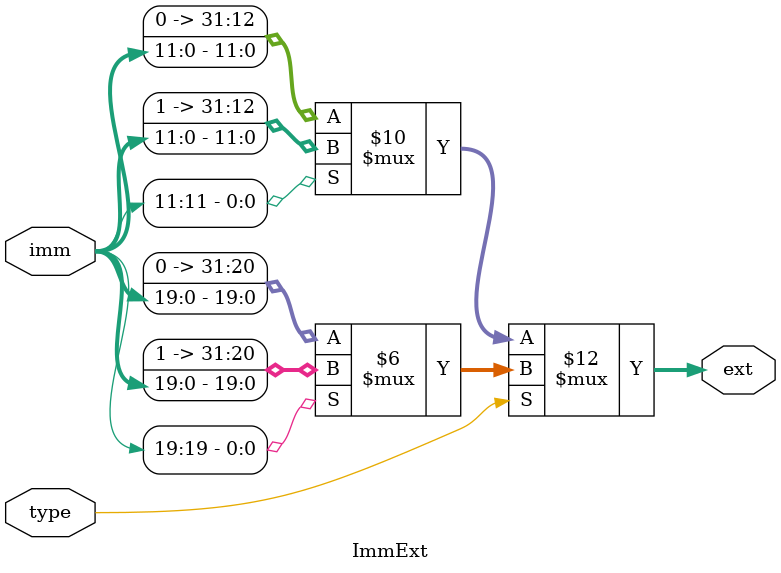
<source format=v>
module ImmExt(
    input wire [19:0] imm,
    input wire type,
    output reg [31:0] ext
);

    always @(imm or type) begin
        if (type == 1'b0) begin
            // 12 => 32
            if (imm[11] == 1'b0) begin
                // 0
                ext <= {20'b00000000000000000000, imm[11:0]};
            end
            else begin
                // 1
                ext <= {20'b11111111111111111111, imm[11:0]};
            end
        end
        else begin
            // 20 => 32
            if (imm[19] == 1'b0) begin
                // 0
                ext <= {12'b000000000000, imm[19:0]};
            end
            else begin
                // 1
                ext <= {12'b111111111111, imm[19:0]};
            end
        end
    end

endmodule

</source>
